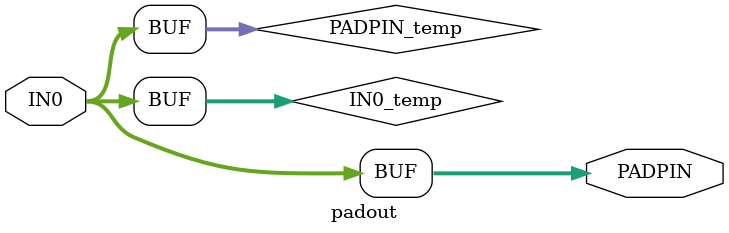
<source format=v>
module padout(IN0,PADPIN);
  parameter M = 7;
  parameter N = 0;
  parameter SLIM_FLAG = 0;
  parameter OUTDRIVE = "4MA";
  parameter
        d_IN0 = 0,
        d_PADPIN = 1;
  input [M:N] IN0;
  output [M:N] PADPIN;
  wire [M:N] IN0_temp;
  reg [M:N] PADPIN_temp;
  assign #(d_IN0) IN0_temp = IN0;
  assign #(d_PADPIN) PADPIN = PADPIN_temp;
  always
    @(IN0_temp)
      PADPIN_temp = IN0_temp;
endmodule

</source>
